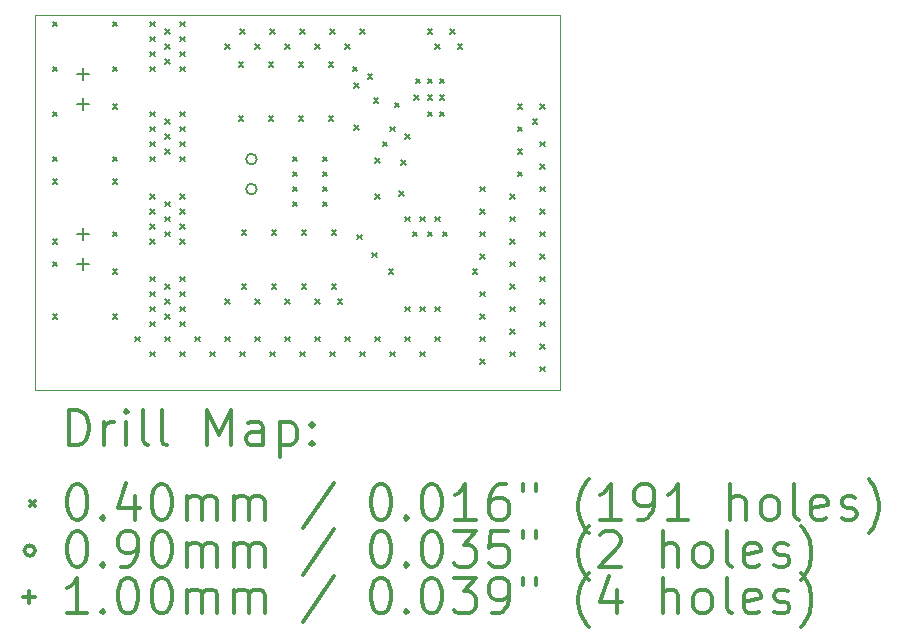
<source format=gbr>
%FSLAX45Y45*%
G04 Gerber Fmt 4.5, Leading zero omitted, Abs format (unit mm)*
G04 Created by KiCad (PCBNEW (5.1.7)-1) date 2021-07-20 15:05:22*
%MOMM*%
%LPD*%
G01*
G04 APERTURE LIST*
%TA.AperFunction,Profile*%
%ADD10C,0.050000*%
%TD*%
%ADD11C,0.200000*%
%ADD12C,0.300000*%
G04 APERTURE END LIST*
D10*
X11645900Y-8940800D02*
X16090900Y-8940800D01*
X16090900Y-8940800D02*
X16090900Y-12115800D01*
X11645900Y-12115800D02*
X16090900Y-12115800D01*
X11645900Y-8940800D02*
X11645900Y-12115800D01*
D11*
X11791000Y-8997000D02*
X11831000Y-9037000D01*
X11831000Y-8997000D02*
X11791000Y-9037000D01*
X11791000Y-9378000D02*
X11831000Y-9418000D01*
X11831000Y-9378000D02*
X11791000Y-9418000D01*
X11791000Y-9759000D02*
X11831000Y-9799000D01*
X11831000Y-9759000D02*
X11791000Y-9799000D01*
X11791000Y-10140000D02*
X11831000Y-10180000D01*
X11831000Y-10140000D02*
X11791000Y-10180000D01*
X11791000Y-10330500D02*
X11831000Y-10370500D01*
X11831000Y-10330500D02*
X11791000Y-10370500D01*
X11791000Y-10838500D02*
X11831000Y-10878500D01*
X11831000Y-10838500D02*
X11791000Y-10878500D01*
X11791000Y-11029000D02*
X11831000Y-11069000D01*
X11831000Y-11029000D02*
X11791000Y-11069000D01*
X11791000Y-11473500D02*
X11831000Y-11513500D01*
X11831000Y-11473500D02*
X11791000Y-11513500D01*
X12299000Y-8997000D02*
X12339000Y-9037000D01*
X12339000Y-8997000D02*
X12299000Y-9037000D01*
X12299000Y-9378000D02*
X12339000Y-9418000D01*
X12339000Y-9378000D02*
X12299000Y-9418000D01*
X12299000Y-9695500D02*
X12339000Y-9735500D01*
X12339000Y-9695500D02*
X12299000Y-9735500D01*
X12299000Y-10140000D02*
X12339000Y-10180000D01*
X12339000Y-10140000D02*
X12299000Y-10180000D01*
X12299000Y-10330500D02*
X12339000Y-10370500D01*
X12339000Y-10330500D02*
X12299000Y-10370500D01*
X12299000Y-10775000D02*
X12339000Y-10815000D01*
X12339000Y-10775000D02*
X12299000Y-10815000D01*
X12299000Y-11092500D02*
X12339000Y-11132500D01*
X12339000Y-11092500D02*
X12299000Y-11132500D01*
X12299000Y-11473500D02*
X12339000Y-11513500D01*
X12339000Y-11473500D02*
X12299000Y-11513500D01*
X12489500Y-11664000D02*
X12529500Y-11704000D01*
X12529500Y-11664000D02*
X12489500Y-11704000D01*
X12616500Y-8997000D02*
X12656500Y-9037000D01*
X12656500Y-8997000D02*
X12616500Y-9037000D01*
X12616500Y-9124000D02*
X12656500Y-9164000D01*
X12656500Y-9124000D02*
X12616500Y-9164000D01*
X12616500Y-9251000D02*
X12656500Y-9291000D01*
X12656500Y-9251000D02*
X12616500Y-9291000D01*
X12616500Y-9378000D02*
X12656500Y-9418000D01*
X12656500Y-9378000D02*
X12616500Y-9418000D01*
X12616500Y-9759000D02*
X12656500Y-9799000D01*
X12656500Y-9759000D02*
X12616500Y-9799000D01*
X12616500Y-9886000D02*
X12656500Y-9926000D01*
X12656500Y-9886000D02*
X12616500Y-9926000D01*
X12616500Y-10013000D02*
X12656500Y-10053000D01*
X12656500Y-10013000D02*
X12616500Y-10053000D01*
X12616500Y-10140000D02*
X12656500Y-10180000D01*
X12656500Y-10140000D02*
X12616500Y-10180000D01*
X12616500Y-10457500D02*
X12656500Y-10497500D01*
X12656500Y-10457500D02*
X12616500Y-10497500D01*
X12616500Y-10584500D02*
X12656500Y-10624500D01*
X12656500Y-10584500D02*
X12616500Y-10624500D01*
X12616500Y-10711500D02*
X12656500Y-10751500D01*
X12656500Y-10711500D02*
X12616500Y-10751500D01*
X12616500Y-10838500D02*
X12656500Y-10878500D01*
X12656500Y-10838500D02*
X12616500Y-10878500D01*
X12616500Y-11156000D02*
X12656500Y-11196000D01*
X12656500Y-11156000D02*
X12616500Y-11196000D01*
X12616500Y-11283000D02*
X12656500Y-11323000D01*
X12656500Y-11283000D02*
X12616500Y-11323000D01*
X12616500Y-11410000D02*
X12656500Y-11450000D01*
X12656500Y-11410000D02*
X12616500Y-11450000D01*
X12616500Y-11537000D02*
X12656500Y-11577000D01*
X12656500Y-11537000D02*
X12616500Y-11577000D01*
X12616500Y-11791000D02*
X12656500Y-11831000D01*
X12656500Y-11791000D02*
X12616500Y-11831000D01*
X12743500Y-9060500D02*
X12783500Y-9100500D01*
X12783500Y-9060500D02*
X12743500Y-9100500D01*
X12743500Y-9187500D02*
X12783500Y-9227500D01*
X12783500Y-9187500D02*
X12743500Y-9227500D01*
X12743500Y-9314500D02*
X12783500Y-9354500D01*
X12783500Y-9314500D02*
X12743500Y-9354500D01*
X12743500Y-9822500D02*
X12783500Y-9862500D01*
X12783500Y-9822500D02*
X12743500Y-9862500D01*
X12743500Y-9949500D02*
X12783500Y-9989500D01*
X12783500Y-9949500D02*
X12743500Y-9989500D01*
X12743500Y-10076500D02*
X12783500Y-10116500D01*
X12783500Y-10076500D02*
X12743500Y-10116500D01*
X12743500Y-10521000D02*
X12783500Y-10561000D01*
X12783500Y-10521000D02*
X12743500Y-10561000D01*
X12743500Y-10648000D02*
X12783500Y-10688000D01*
X12783500Y-10648000D02*
X12743500Y-10688000D01*
X12743500Y-10775000D02*
X12783500Y-10815000D01*
X12783500Y-10775000D02*
X12743500Y-10815000D01*
X12743500Y-11219500D02*
X12783500Y-11259500D01*
X12783500Y-11219500D02*
X12743500Y-11259500D01*
X12743500Y-11346500D02*
X12783500Y-11386500D01*
X12783500Y-11346500D02*
X12743500Y-11386500D01*
X12743500Y-11473500D02*
X12783500Y-11513500D01*
X12783500Y-11473500D02*
X12743500Y-11513500D01*
X12743500Y-11664000D02*
X12783500Y-11704000D01*
X12783500Y-11664000D02*
X12743500Y-11704000D01*
X12870500Y-8997000D02*
X12910500Y-9037000D01*
X12910500Y-8997000D02*
X12870500Y-9037000D01*
X12870500Y-9124000D02*
X12910500Y-9164000D01*
X12910500Y-9124000D02*
X12870500Y-9164000D01*
X12870500Y-9251000D02*
X12910500Y-9291000D01*
X12910500Y-9251000D02*
X12870500Y-9291000D01*
X12870500Y-9378000D02*
X12910500Y-9418000D01*
X12910500Y-9378000D02*
X12870500Y-9418000D01*
X12870500Y-9759000D02*
X12910500Y-9799000D01*
X12910500Y-9759000D02*
X12870500Y-9799000D01*
X12870500Y-9886000D02*
X12910500Y-9926000D01*
X12910500Y-9886000D02*
X12870500Y-9926000D01*
X12870500Y-10013000D02*
X12910500Y-10053000D01*
X12910500Y-10013000D02*
X12870500Y-10053000D01*
X12870500Y-10140000D02*
X12910500Y-10180000D01*
X12910500Y-10140000D02*
X12870500Y-10180000D01*
X12870500Y-10457500D02*
X12910500Y-10497500D01*
X12910500Y-10457500D02*
X12870500Y-10497500D01*
X12870500Y-10584500D02*
X12910500Y-10624500D01*
X12910500Y-10584500D02*
X12870500Y-10624500D01*
X12870500Y-10711500D02*
X12910500Y-10751500D01*
X12910500Y-10711500D02*
X12870500Y-10751500D01*
X12870500Y-10838500D02*
X12910500Y-10878500D01*
X12910500Y-10838500D02*
X12870500Y-10878500D01*
X12870500Y-11156000D02*
X12910500Y-11196000D01*
X12910500Y-11156000D02*
X12870500Y-11196000D01*
X12870500Y-11283000D02*
X12910500Y-11323000D01*
X12910500Y-11283000D02*
X12870500Y-11323000D01*
X12870500Y-11410000D02*
X12910500Y-11450000D01*
X12910500Y-11410000D02*
X12870500Y-11450000D01*
X12870500Y-11537000D02*
X12910500Y-11577000D01*
X12910500Y-11537000D02*
X12870500Y-11577000D01*
X12870500Y-11791000D02*
X12910500Y-11831000D01*
X12910500Y-11791000D02*
X12870500Y-11831000D01*
X12997500Y-11664000D02*
X13037500Y-11704000D01*
X13037500Y-11664000D02*
X12997500Y-11704000D01*
X13124500Y-11791000D02*
X13164500Y-11831000D01*
X13164500Y-11791000D02*
X13124500Y-11831000D01*
X13251500Y-9187500D02*
X13291500Y-9227500D01*
X13291500Y-9187500D02*
X13251500Y-9227500D01*
X13251500Y-11346500D02*
X13291500Y-11386500D01*
X13291500Y-11346500D02*
X13251500Y-11386500D01*
X13251500Y-11664000D02*
X13291500Y-11704000D01*
X13291500Y-11664000D02*
X13251500Y-11704000D01*
X13365800Y-9339900D02*
X13405800Y-9379900D01*
X13405800Y-9339900D02*
X13365800Y-9379900D01*
X13365800Y-9797100D02*
X13405800Y-9837100D01*
X13405800Y-9797100D02*
X13365800Y-9837100D01*
X13378500Y-9060500D02*
X13418500Y-9100500D01*
X13418500Y-9060500D02*
X13378500Y-9100500D01*
X13378500Y-11791000D02*
X13418500Y-11831000D01*
X13418500Y-11791000D02*
X13378500Y-11831000D01*
X13391200Y-10762300D02*
X13431200Y-10802300D01*
X13431200Y-10762300D02*
X13391200Y-10802300D01*
X13391200Y-11219500D02*
X13431200Y-11259500D01*
X13431200Y-11219500D02*
X13391200Y-11259500D01*
X13505500Y-9187500D02*
X13545500Y-9227500D01*
X13545500Y-9187500D02*
X13505500Y-9227500D01*
X13505500Y-11346500D02*
X13545500Y-11386500D01*
X13545500Y-11346500D02*
X13505500Y-11386500D01*
X13505500Y-11664000D02*
X13545500Y-11704000D01*
X13545500Y-11664000D02*
X13505500Y-11704000D01*
X13619800Y-9339900D02*
X13659800Y-9379900D01*
X13659800Y-9339900D02*
X13619800Y-9379900D01*
X13619800Y-9797100D02*
X13659800Y-9837100D01*
X13659800Y-9797100D02*
X13619800Y-9837100D01*
X13632500Y-9060500D02*
X13672500Y-9100500D01*
X13672500Y-9060500D02*
X13632500Y-9100500D01*
X13632500Y-11791000D02*
X13672500Y-11831000D01*
X13672500Y-11791000D02*
X13632500Y-11831000D01*
X13645200Y-10762300D02*
X13685200Y-10802300D01*
X13685200Y-10762300D02*
X13645200Y-10802300D01*
X13645200Y-11219500D02*
X13685200Y-11259500D01*
X13685200Y-11219500D02*
X13645200Y-11259500D01*
X13759500Y-9187500D02*
X13799500Y-9227500D01*
X13799500Y-9187500D02*
X13759500Y-9227500D01*
X13759500Y-11346500D02*
X13799500Y-11386500D01*
X13799500Y-11346500D02*
X13759500Y-11386500D01*
X13759500Y-11664000D02*
X13799500Y-11704000D01*
X13799500Y-11664000D02*
X13759500Y-11704000D01*
X13823000Y-10140000D02*
X13863000Y-10180000D01*
X13863000Y-10140000D02*
X13823000Y-10180000D01*
X13823000Y-10267000D02*
X13863000Y-10307000D01*
X13863000Y-10267000D02*
X13823000Y-10307000D01*
X13823000Y-10394000D02*
X13863000Y-10434000D01*
X13863000Y-10394000D02*
X13823000Y-10434000D01*
X13823000Y-10521000D02*
X13863000Y-10561000D01*
X13863000Y-10521000D02*
X13823000Y-10561000D01*
X13873800Y-9339900D02*
X13913800Y-9379900D01*
X13913800Y-9339900D02*
X13873800Y-9379900D01*
X13873800Y-9797100D02*
X13913800Y-9837100D01*
X13913800Y-9797100D02*
X13873800Y-9837100D01*
X13886500Y-9060500D02*
X13926500Y-9100500D01*
X13926500Y-9060500D02*
X13886500Y-9100500D01*
X13886500Y-11791000D02*
X13926500Y-11831000D01*
X13926500Y-11791000D02*
X13886500Y-11831000D01*
X13899200Y-10762300D02*
X13939200Y-10802300D01*
X13939200Y-10762300D02*
X13899200Y-10802300D01*
X13899200Y-11219500D02*
X13939200Y-11259500D01*
X13939200Y-11219500D02*
X13899200Y-11259500D01*
X14013500Y-9187500D02*
X14053500Y-9227500D01*
X14053500Y-9187500D02*
X14013500Y-9227500D01*
X14013500Y-11346500D02*
X14053500Y-11386500D01*
X14053500Y-11346500D02*
X14013500Y-11386500D01*
X14013500Y-11664000D02*
X14053500Y-11704000D01*
X14053500Y-11664000D02*
X14013500Y-11704000D01*
X14077000Y-10140000D02*
X14117000Y-10180000D01*
X14117000Y-10140000D02*
X14077000Y-10180000D01*
X14077000Y-10267000D02*
X14117000Y-10307000D01*
X14117000Y-10267000D02*
X14077000Y-10307000D01*
X14077000Y-10394000D02*
X14117000Y-10434000D01*
X14117000Y-10394000D02*
X14077000Y-10434000D01*
X14077000Y-10521000D02*
X14117000Y-10561000D01*
X14117000Y-10521000D02*
X14077000Y-10561000D01*
X14127800Y-9339900D02*
X14167800Y-9379900D01*
X14167800Y-9339900D02*
X14127800Y-9379900D01*
X14127800Y-9797100D02*
X14167800Y-9837100D01*
X14167800Y-9797100D02*
X14127800Y-9837100D01*
X14140500Y-9060500D02*
X14180500Y-9100500D01*
X14180500Y-9060500D02*
X14140500Y-9100500D01*
X14140500Y-11791000D02*
X14180500Y-11831000D01*
X14180500Y-11791000D02*
X14140500Y-11831000D01*
X14153200Y-10762300D02*
X14193200Y-10802300D01*
X14193200Y-10762300D02*
X14153200Y-10802300D01*
X14153200Y-11219500D02*
X14193200Y-11259500D01*
X14193200Y-11219500D02*
X14153200Y-11259500D01*
X14204000Y-11346500D02*
X14244000Y-11386500D01*
X14244000Y-11346500D02*
X14204000Y-11386500D01*
X14267500Y-9187500D02*
X14307500Y-9227500D01*
X14307500Y-9187500D02*
X14267500Y-9227500D01*
X14267500Y-11664000D02*
X14307500Y-11704000D01*
X14307500Y-11664000D02*
X14267500Y-11704000D01*
X14331000Y-9378000D02*
X14371000Y-9418000D01*
X14371000Y-9378000D02*
X14331000Y-9418000D01*
X14343700Y-9517700D02*
X14383700Y-9557700D01*
X14383700Y-9517700D02*
X14343700Y-9557700D01*
X14343700Y-9873300D02*
X14383700Y-9913300D01*
X14383700Y-9873300D02*
X14343700Y-9913300D01*
X14369100Y-10800400D02*
X14409100Y-10840400D01*
X14409100Y-10800400D02*
X14369100Y-10840400D01*
X14394500Y-9060500D02*
X14434500Y-9100500D01*
X14434500Y-9060500D02*
X14394500Y-9100500D01*
X14394500Y-11791000D02*
X14434500Y-11831000D01*
X14434500Y-11791000D02*
X14394500Y-11831000D01*
X14458000Y-9441500D02*
X14498000Y-9481500D01*
X14498000Y-9441500D02*
X14458000Y-9481500D01*
X14496100Y-10952800D02*
X14536100Y-10992800D01*
X14536100Y-10952800D02*
X14496100Y-10992800D01*
X14508800Y-9644700D02*
X14548800Y-9684700D01*
X14548800Y-9644700D02*
X14508800Y-9684700D01*
X14521500Y-10152700D02*
X14561500Y-10192700D01*
X14561500Y-10152700D02*
X14521500Y-10192700D01*
X14521500Y-10457500D02*
X14561500Y-10497500D01*
X14561500Y-10457500D02*
X14521500Y-10497500D01*
X14521500Y-11664000D02*
X14561500Y-11704000D01*
X14561500Y-11664000D02*
X14521500Y-11704000D01*
X14585000Y-10013000D02*
X14625000Y-10053000D01*
X14625000Y-10013000D02*
X14585000Y-10053000D01*
X14635800Y-11092500D02*
X14675800Y-11132500D01*
X14675800Y-11092500D02*
X14635800Y-11132500D01*
X14648500Y-9886000D02*
X14688500Y-9926000D01*
X14688500Y-9886000D02*
X14648500Y-9926000D01*
X14648500Y-11791000D02*
X14688500Y-11831000D01*
X14688500Y-11791000D02*
X14648500Y-11831000D01*
X14688000Y-9682800D02*
X14728000Y-9722800D01*
X14728000Y-9682800D02*
X14688000Y-9722800D01*
X14724700Y-10432100D02*
X14764700Y-10472100D01*
X14764700Y-10432100D02*
X14724700Y-10472100D01*
X14742300Y-10170300D02*
X14782300Y-10210300D01*
X14782300Y-10170300D02*
X14742300Y-10210300D01*
X14775500Y-9949500D02*
X14815500Y-9989500D01*
X14815500Y-9949500D02*
X14775500Y-9989500D01*
X14775500Y-10648000D02*
X14815500Y-10688000D01*
X14815500Y-10648000D02*
X14775500Y-10688000D01*
X14775500Y-11410000D02*
X14815500Y-11450000D01*
X14815500Y-11410000D02*
X14775500Y-11450000D01*
X14775500Y-11664000D02*
X14815500Y-11704000D01*
X14815500Y-11664000D02*
X14775500Y-11704000D01*
X14839000Y-10775000D02*
X14879000Y-10815000D01*
X14879000Y-10775000D02*
X14839000Y-10815000D01*
X14851700Y-9619300D02*
X14891700Y-9659300D01*
X14891700Y-9619300D02*
X14851700Y-9659300D01*
X14864400Y-9479600D02*
X14904400Y-9519600D01*
X14904400Y-9479600D02*
X14864400Y-9519600D01*
X14902500Y-10648000D02*
X14942500Y-10688000D01*
X14942500Y-10648000D02*
X14902500Y-10688000D01*
X14902500Y-11410000D02*
X14942500Y-11450000D01*
X14942500Y-11410000D02*
X14902500Y-11450000D01*
X14902500Y-11791000D02*
X14942500Y-11831000D01*
X14942500Y-11791000D02*
X14902500Y-11831000D01*
X14966000Y-9060500D02*
X15006000Y-9100500D01*
X15006000Y-9060500D02*
X14966000Y-9100500D01*
X14966000Y-9479600D02*
X15006000Y-9519600D01*
X15006000Y-9479600D02*
X14966000Y-9519600D01*
X14966000Y-9619300D02*
X15006000Y-9659300D01*
X15006000Y-9619300D02*
X14966000Y-9659300D01*
X14966000Y-9759000D02*
X15006000Y-9799000D01*
X15006000Y-9759000D02*
X14966000Y-9799000D01*
X14966000Y-10775000D02*
X15006000Y-10815000D01*
X15006000Y-10775000D02*
X14966000Y-10815000D01*
X15029500Y-9187500D02*
X15069500Y-9227500D01*
X15069500Y-9187500D02*
X15029500Y-9227500D01*
X15029500Y-10648000D02*
X15069500Y-10688000D01*
X15069500Y-10648000D02*
X15029500Y-10688000D01*
X15029500Y-11410000D02*
X15069500Y-11450000D01*
X15069500Y-11410000D02*
X15029500Y-11450000D01*
X15029500Y-11664000D02*
X15069500Y-11704000D01*
X15069500Y-11664000D02*
X15029500Y-11704000D01*
X15067600Y-9479600D02*
X15107600Y-9519600D01*
X15107600Y-9479600D02*
X15067600Y-9519600D01*
X15067600Y-9619300D02*
X15107600Y-9659300D01*
X15107600Y-9619300D02*
X15067600Y-9659300D01*
X15067600Y-9759000D02*
X15107600Y-9799000D01*
X15107600Y-9759000D02*
X15067600Y-9799000D01*
X15093000Y-10775000D02*
X15133000Y-10815000D01*
X15133000Y-10775000D02*
X15093000Y-10815000D01*
X15156500Y-9060500D02*
X15196500Y-9100500D01*
X15196500Y-9060500D02*
X15156500Y-9100500D01*
X15220000Y-9187500D02*
X15260000Y-9227500D01*
X15260000Y-9187500D02*
X15220000Y-9227500D01*
X15347000Y-11092500D02*
X15387000Y-11132500D01*
X15387000Y-11092500D02*
X15347000Y-11132500D01*
X15410500Y-10394000D02*
X15450500Y-10434000D01*
X15450500Y-10394000D02*
X15410500Y-10434000D01*
X15410500Y-10584500D02*
X15450500Y-10624500D01*
X15450500Y-10584500D02*
X15410500Y-10624500D01*
X15410500Y-10775000D02*
X15450500Y-10815000D01*
X15450500Y-10775000D02*
X15410500Y-10815000D01*
X15410500Y-10965500D02*
X15450500Y-11005500D01*
X15450500Y-10965500D02*
X15410500Y-11005500D01*
X15410500Y-11283000D02*
X15450500Y-11323000D01*
X15450500Y-11283000D02*
X15410500Y-11323000D01*
X15410500Y-11473500D02*
X15450500Y-11513500D01*
X15450500Y-11473500D02*
X15410500Y-11513500D01*
X15410500Y-11664000D02*
X15450500Y-11704000D01*
X15450500Y-11664000D02*
X15410500Y-11704000D01*
X15410500Y-11854500D02*
X15450500Y-11894500D01*
X15450500Y-11854500D02*
X15410500Y-11894500D01*
X15664500Y-10457500D02*
X15704500Y-10497500D01*
X15704500Y-10457500D02*
X15664500Y-10497500D01*
X15664500Y-10648000D02*
X15704500Y-10688000D01*
X15704500Y-10648000D02*
X15664500Y-10688000D01*
X15664500Y-10838500D02*
X15704500Y-10878500D01*
X15704500Y-10838500D02*
X15664500Y-10878500D01*
X15664500Y-11029000D02*
X15704500Y-11069000D01*
X15704500Y-11029000D02*
X15664500Y-11069000D01*
X15664500Y-11219500D02*
X15704500Y-11259500D01*
X15704500Y-11219500D02*
X15664500Y-11259500D01*
X15664500Y-11410000D02*
X15704500Y-11450000D01*
X15704500Y-11410000D02*
X15664500Y-11450000D01*
X15664500Y-11600500D02*
X15704500Y-11640500D01*
X15704500Y-11600500D02*
X15664500Y-11640500D01*
X15664500Y-11791000D02*
X15704500Y-11831000D01*
X15704500Y-11791000D02*
X15664500Y-11831000D01*
X15728000Y-9695500D02*
X15768000Y-9735500D01*
X15768000Y-9695500D02*
X15728000Y-9735500D01*
X15728000Y-9886000D02*
X15768000Y-9926000D01*
X15768000Y-9886000D02*
X15728000Y-9926000D01*
X15728000Y-10076500D02*
X15768000Y-10116500D01*
X15768000Y-10076500D02*
X15728000Y-10116500D01*
X15728000Y-10267000D02*
X15768000Y-10307000D01*
X15768000Y-10267000D02*
X15728000Y-10307000D01*
X15855000Y-9822500D02*
X15895000Y-9862500D01*
X15895000Y-9822500D02*
X15855000Y-9862500D01*
X15918500Y-9695500D02*
X15958500Y-9735500D01*
X15958500Y-9695500D02*
X15918500Y-9735500D01*
X15918500Y-10013000D02*
X15958500Y-10053000D01*
X15958500Y-10013000D02*
X15918500Y-10053000D01*
X15918500Y-10203500D02*
X15958500Y-10243500D01*
X15958500Y-10203500D02*
X15918500Y-10243500D01*
X15918500Y-10394000D02*
X15958500Y-10434000D01*
X15958500Y-10394000D02*
X15918500Y-10434000D01*
X15918500Y-10584500D02*
X15958500Y-10624500D01*
X15958500Y-10584500D02*
X15918500Y-10624500D01*
X15918500Y-10775000D02*
X15958500Y-10815000D01*
X15958500Y-10775000D02*
X15918500Y-10815000D01*
X15918500Y-10965500D02*
X15958500Y-11005500D01*
X15958500Y-10965500D02*
X15918500Y-11005500D01*
X15918500Y-11156000D02*
X15958500Y-11196000D01*
X15958500Y-11156000D02*
X15918500Y-11196000D01*
X15918500Y-11346500D02*
X15958500Y-11386500D01*
X15958500Y-11346500D02*
X15918500Y-11386500D01*
X15918500Y-11537000D02*
X15958500Y-11577000D01*
X15958500Y-11537000D02*
X15918500Y-11577000D01*
X15918500Y-11727500D02*
X15958500Y-11767500D01*
X15958500Y-11727500D02*
X15918500Y-11767500D01*
X15918500Y-11918000D02*
X15958500Y-11958000D01*
X15958500Y-11918000D02*
X15918500Y-11958000D01*
X13519700Y-10160000D02*
G75*
G03*
X13519700Y-10160000I-45000J0D01*
G01*
X13519700Y-10414000D02*
G75*
G03*
X13519700Y-10414000I-45000J0D01*
G01*
X12045900Y-9390800D02*
X12045900Y-9490800D01*
X11995900Y-9440800D02*
X12095900Y-9440800D01*
X12045900Y-9644800D02*
X12045900Y-9744800D01*
X11995900Y-9694800D02*
X12095900Y-9694800D01*
X12045900Y-10743300D02*
X12045900Y-10843300D01*
X11995900Y-10793300D02*
X12095900Y-10793300D01*
X12045900Y-10997300D02*
X12045900Y-11097300D01*
X11995900Y-11047300D02*
X12095900Y-11047300D01*
D12*
X11929828Y-12584014D02*
X11929828Y-12284014D01*
X12001257Y-12284014D01*
X12044114Y-12298300D01*
X12072686Y-12326871D01*
X12086971Y-12355443D01*
X12101257Y-12412586D01*
X12101257Y-12455443D01*
X12086971Y-12512586D01*
X12072686Y-12541157D01*
X12044114Y-12569729D01*
X12001257Y-12584014D01*
X11929828Y-12584014D01*
X12229828Y-12584014D02*
X12229828Y-12384014D01*
X12229828Y-12441157D02*
X12244114Y-12412586D01*
X12258400Y-12398300D01*
X12286971Y-12384014D01*
X12315543Y-12384014D01*
X12415543Y-12584014D02*
X12415543Y-12384014D01*
X12415543Y-12284014D02*
X12401257Y-12298300D01*
X12415543Y-12312586D01*
X12429828Y-12298300D01*
X12415543Y-12284014D01*
X12415543Y-12312586D01*
X12601257Y-12584014D02*
X12572686Y-12569729D01*
X12558400Y-12541157D01*
X12558400Y-12284014D01*
X12758400Y-12584014D02*
X12729828Y-12569729D01*
X12715543Y-12541157D01*
X12715543Y-12284014D01*
X13101257Y-12584014D02*
X13101257Y-12284014D01*
X13201257Y-12498300D01*
X13301257Y-12284014D01*
X13301257Y-12584014D01*
X13572686Y-12584014D02*
X13572686Y-12426871D01*
X13558400Y-12398300D01*
X13529828Y-12384014D01*
X13472686Y-12384014D01*
X13444114Y-12398300D01*
X13572686Y-12569729D02*
X13544114Y-12584014D01*
X13472686Y-12584014D01*
X13444114Y-12569729D01*
X13429828Y-12541157D01*
X13429828Y-12512586D01*
X13444114Y-12484014D01*
X13472686Y-12469729D01*
X13544114Y-12469729D01*
X13572686Y-12455443D01*
X13715543Y-12384014D02*
X13715543Y-12684014D01*
X13715543Y-12398300D02*
X13744114Y-12384014D01*
X13801257Y-12384014D01*
X13829828Y-12398300D01*
X13844114Y-12412586D01*
X13858400Y-12441157D01*
X13858400Y-12526871D01*
X13844114Y-12555443D01*
X13829828Y-12569729D01*
X13801257Y-12584014D01*
X13744114Y-12584014D01*
X13715543Y-12569729D01*
X13986971Y-12555443D02*
X14001257Y-12569729D01*
X13986971Y-12584014D01*
X13972686Y-12569729D01*
X13986971Y-12555443D01*
X13986971Y-12584014D01*
X13986971Y-12398300D02*
X14001257Y-12412586D01*
X13986971Y-12426871D01*
X13972686Y-12412586D01*
X13986971Y-12398300D01*
X13986971Y-12426871D01*
X11603400Y-13058300D02*
X11643400Y-13098300D01*
X11643400Y-13058300D02*
X11603400Y-13098300D01*
X11986971Y-12914014D02*
X12015543Y-12914014D01*
X12044114Y-12928300D01*
X12058400Y-12942586D01*
X12072686Y-12971157D01*
X12086971Y-13028300D01*
X12086971Y-13099729D01*
X12072686Y-13156871D01*
X12058400Y-13185443D01*
X12044114Y-13199729D01*
X12015543Y-13214014D01*
X11986971Y-13214014D01*
X11958400Y-13199729D01*
X11944114Y-13185443D01*
X11929828Y-13156871D01*
X11915543Y-13099729D01*
X11915543Y-13028300D01*
X11929828Y-12971157D01*
X11944114Y-12942586D01*
X11958400Y-12928300D01*
X11986971Y-12914014D01*
X12215543Y-13185443D02*
X12229828Y-13199729D01*
X12215543Y-13214014D01*
X12201257Y-13199729D01*
X12215543Y-13185443D01*
X12215543Y-13214014D01*
X12486971Y-13014014D02*
X12486971Y-13214014D01*
X12415543Y-12899729D02*
X12344114Y-13114014D01*
X12529828Y-13114014D01*
X12701257Y-12914014D02*
X12729828Y-12914014D01*
X12758400Y-12928300D01*
X12772686Y-12942586D01*
X12786971Y-12971157D01*
X12801257Y-13028300D01*
X12801257Y-13099729D01*
X12786971Y-13156871D01*
X12772686Y-13185443D01*
X12758400Y-13199729D01*
X12729828Y-13214014D01*
X12701257Y-13214014D01*
X12672686Y-13199729D01*
X12658400Y-13185443D01*
X12644114Y-13156871D01*
X12629828Y-13099729D01*
X12629828Y-13028300D01*
X12644114Y-12971157D01*
X12658400Y-12942586D01*
X12672686Y-12928300D01*
X12701257Y-12914014D01*
X12929828Y-13214014D02*
X12929828Y-13014014D01*
X12929828Y-13042586D02*
X12944114Y-13028300D01*
X12972686Y-13014014D01*
X13015543Y-13014014D01*
X13044114Y-13028300D01*
X13058400Y-13056871D01*
X13058400Y-13214014D01*
X13058400Y-13056871D02*
X13072686Y-13028300D01*
X13101257Y-13014014D01*
X13144114Y-13014014D01*
X13172686Y-13028300D01*
X13186971Y-13056871D01*
X13186971Y-13214014D01*
X13329828Y-13214014D02*
X13329828Y-13014014D01*
X13329828Y-13042586D02*
X13344114Y-13028300D01*
X13372686Y-13014014D01*
X13415543Y-13014014D01*
X13444114Y-13028300D01*
X13458400Y-13056871D01*
X13458400Y-13214014D01*
X13458400Y-13056871D02*
X13472686Y-13028300D01*
X13501257Y-13014014D01*
X13544114Y-13014014D01*
X13572686Y-13028300D01*
X13586971Y-13056871D01*
X13586971Y-13214014D01*
X14172686Y-12899729D02*
X13915543Y-13285443D01*
X14558400Y-12914014D02*
X14586971Y-12914014D01*
X14615543Y-12928300D01*
X14629828Y-12942586D01*
X14644114Y-12971157D01*
X14658400Y-13028300D01*
X14658400Y-13099729D01*
X14644114Y-13156871D01*
X14629828Y-13185443D01*
X14615543Y-13199729D01*
X14586971Y-13214014D01*
X14558400Y-13214014D01*
X14529828Y-13199729D01*
X14515543Y-13185443D01*
X14501257Y-13156871D01*
X14486971Y-13099729D01*
X14486971Y-13028300D01*
X14501257Y-12971157D01*
X14515543Y-12942586D01*
X14529828Y-12928300D01*
X14558400Y-12914014D01*
X14786971Y-13185443D02*
X14801257Y-13199729D01*
X14786971Y-13214014D01*
X14772686Y-13199729D01*
X14786971Y-13185443D01*
X14786971Y-13214014D01*
X14986971Y-12914014D02*
X15015543Y-12914014D01*
X15044114Y-12928300D01*
X15058400Y-12942586D01*
X15072686Y-12971157D01*
X15086971Y-13028300D01*
X15086971Y-13099729D01*
X15072686Y-13156871D01*
X15058400Y-13185443D01*
X15044114Y-13199729D01*
X15015543Y-13214014D01*
X14986971Y-13214014D01*
X14958400Y-13199729D01*
X14944114Y-13185443D01*
X14929828Y-13156871D01*
X14915543Y-13099729D01*
X14915543Y-13028300D01*
X14929828Y-12971157D01*
X14944114Y-12942586D01*
X14958400Y-12928300D01*
X14986971Y-12914014D01*
X15372686Y-13214014D02*
X15201257Y-13214014D01*
X15286971Y-13214014D02*
X15286971Y-12914014D01*
X15258400Y-12956871D01*
X15229828Y-12985443D01*
X15201257Y-12999729D01*
X15629828Y-12914014D02*
X15572686Y-12914014D01*
X15544114Y-12928300D01*
X15529828Y-12942586D01*
X15501257Y-12985443D01*
X15486971Y-13042586D01*
X15486971Y-13156871D01*
X15501257Y-13185443D01*
X15515543Y-13199729D01*
X15544114Y-13214014D01*
X15601257Y-13214014D01*
X15629828Y-13199729D01*
X15644114Y-13185443D01*
X15658400Y-13156871D01*
X15658400Y-13085443D01*
X15644114Y-13056871D01*
X15629828Y-13042586D01*
X15601257Y-13028300D01*
X15544114Y-13028300D01*
X15515543Y-13042586D01*
X15501257Y-13056871D01*
X15486971Y-13085443D01*
X15772686Y-12914014D02*
X15772686Y-12971157D01*
X15886971Y-12914014D02*
X15886971Y-12971157D01*
X16329828Y-13328300D02*
X16315543Y-13314014D01*
X16286971Y-13271157D01*
X16272686Y-13242586D01*
X16258400Y-13199729D01*
X16244114Y-13128300D01*
X16244114Y-13071157D01*
X16258400Y-12999729D01*
X16272686Y-12956871D01*
X16286971Y-12928300D01*
X16315543Y-12885443D01*
X16329828Y-12871157D01*
X16601257Y-13214014D02*
X16429828Y-13214014D01*
X16515543Y-13214014D02*
X16515543Y-12914014D01*
X16486971Y-12956871D01*
X16458400Y-12985443D01*
X16429828Y-12999729D01*
X16744114Y-13214014D02*
X16801257Y-13214014D01*
X16829828Y-13199729D01*
X16844114Y-13185443D01*
X16872686Y-13142586D01*
X16886971Y-13085443D01*
X16886971Y-12971157D01*
X16872686Y-12942586D01*
X16858400Y-12928300D01*
X16829828Y-12914014D01*
X16772686Y-12914014D01*
X16744114Y-12928300D01*
X16729828Y-12942586D01*
X16715543Y-12971157D01*
X16715543Y-13042586D01*
X16729828Y-13071157D01*
X16744114Y-13085443D01*
X16772686Y-13099729D01*
X16829828Y-13099729D01*
X16858400Y-13085443D01*
X16872686Y-13071157D01*
X16886971Y-13042586D01*
X17172686Y-13214014D02*
X17001257Y-13214014D01*
X17086971Y-13214014D02*
X17086971Y-12914014D01*
X17058400Y-12956871D01*
X17029828Y-12985443D01*
X17001257Y-12999729D01*
X17529828Y-13214014D02*
X17529828Y-12914014D01*
X17658400Y-13214014D02*
X17658400Y-13056871D01*
X17644114Y-13028300D01*
X17615543Y-13014014D01*
X17572686Y-13014014D01*
X17544114Y-13028300D01*
X17529828Y-13042586D01*
X17844114Y-13214014D02*
X17815543Y-13199729D01*
X17801257Y-13185443D01*
X17786971Y-13156871D01*
X17786971Y-13071157D01*
X17801257Y-13042586D01*
X17815543Y-13028300D01*
X17844114Y-13014014D01*
X17886971Y-13014014D01*
X17915543Y-13028300D01*
X17929828Y-13042586D01*
X17944114Y-13071157D01*
X17944114Y-13156871D01*
X17929828Y-13185443D01*
X17915543Y-13199729D01*
X17886971Y-13214014D01*
X17844114Y-13214014D01*
X18115543Y-13214014D02*
X18086971Y-13199729D01*
X18072686Y-13171157D01*
X18072686Y-12914014D01*
X18344114Y-13199729D02*
X18315543Y-13214014D01*
X18258400Y-13214014D01*
X18229828Y-13199729D01*
X18215543Y-13171157D01*
X18215543Y-13056871D01*
X18229828Y-13028300D01*
X18258400Y-13014014D01*
X18315543Y-13014014D01*
X18344114Y-13028300D01*
X18358400Y-13056871D01*
X18358400Y-13085443D01*
X18215543Y-13114014D01*
X18472686Y-13199729D02*
X18501257Y-13214014D01*
X18558400Y-13214014D01*
X18586971Y-13199729D01*
X18601257Y-13171157D01*
X18601257Y-13156871D01*
X18586971Y-13128300D01*
X18558400Y-13114014D01*
X18515543Y-13114014D01*
X18486971Y-13099729D01*
X18472686Y-13071157D01*
X18472686Y-13056871D01*
X18486971Y-13028300D01*
X18515543Y-13014014D01*
X18558400Y-13014014D01*
X18586971Y-13028300D01*
X18701257Y-13328300D02*
X18715543Y-13314014D01*
X18744114Y-13271157D01*
X18758400Y-13242586D01*
X18772686Y-13199729D01*
X18786971Y-13128300D01*
X18786971Y-13071157D01*
X18772686Y-12999729D01*
X18758400Y-12956871D01*
X18744114Y-12928300D01*
X18715543Y-12885443D01*
X18701257Y-12871157D01*
X11643400Y-13474300D02*
G75*
G03*
X11643400Y-13474300I-45000J0D01*
G01*
X11986971Y-13310014D02*
X12015543Y-13310014D01*
X12044114Y-13324300D01*
X12058400Y-13338586D01*
X12072686Y-13367157D01*
X12086971Y-13424300D01*
X12086971Y-13495729D01*
X12072686Y-13552871D01*
X12058400Y-13581443D01*
X12044114Y-13595729D01*
X12015543Y-13610014D01*
X11986971Y-13610014D01*
X11958400Y-13595729D01*
X11944114Y-13581443D01*
X11929828Y-13552871D01*
X11915543Y-13495729D01*
X11915543Y-13424300D01*
X11929828Y-13367157D01*
X11944114Y-13338586D01*
X11958400Y-13324300D01*
X11986971Y-13310014D01*
X12215543Y-13581443D02*
X12229828Y-13595729D01*
X12215543Y-13610014D01*
X12201257Y-13595729D01*
X12215543Y-13581443D01*
X12215543Y-13610014D01*
X12372686Y-13610014D02*
X12429828Y-13610014D01*
X12458400Y-13595729D01*
X12472686Y-13581443D01*
X12501257Y-13538586D01*
X12515543Y-13481443D01*
X12515543Y-13367157D01*
X12501257Y-13338586D01*
X12486971Y-13324300D01*
X12458400Y-13310014D01*
X12401257Y-13310014D01*
X12372686Y-13324300D01*
X12358400Y-13338586D01*
X12344114Y-13367157D01*
X12344114Y-13438586D01*
X12358400Y-13467157D01*
X12372686Y-13481443D01*
X12401257Y-13495729D01*
X12458400Y-13495729D01*
X12486971Y-13481443D01*
X12501257Y-13467157D01*
X12515543Y-13438586D01*
X12701257Y-13310014D02*
X12729828Y-13310014D01*
X12758400Y-13324300D01*
X12772686Y-13338586D01*
X12786971Y-13367157D01*
X12801257Y-13424300D01*
X12801257Y-13495729D01*
X12786971Y-13552871D01*
X12772686Y-13581443D01*
X12758400Y-13595729D01*
X12729828Y-13610014D01*
X12701257Y-13610014D01*
X12672686Y-13595729D01*
X12658400Y-13581443D01*
X12644114Y-13552871D01*
X12629828Y-13495729D01*
X12629828Y-13424300D01*
X12644114Y-13367157D01*
X12658400Y-13338586D01*
X12672686Y-13324300D01*
X12701257Y-13310014D01*
X12929828Y-13610014D02*
X12929828Y-13410014D01*
X12929828Y-13438586D02*
X12944114Y-13424300D01*
X12972686Y-13410014D01*
X13015543Y-13410014D01*
X13044114Y-13424300D01*
X13058400Y-13452871D01*
X13058400Y-13610014D01*
X13058400Y-13452871D02*
X13072686Y-13424300D01*
X13101257Y-13410014D01*
X13144114Y-13410014D01*
X13172686Y-13424300D01*
X13186971Y-13452871D01*
X13186971Y-13610014D01*
X13329828Y-13610014D02*
X13329828Y-13410014D01*
X13329828Y-13438586D02*
X13344114Y-13424300D01*
X13372686Y-13410014D01*
X13415543Y-13410014D01*
X13444114Y-13424300D01*
X13458400Y-13452871D01*
X13458400Y-13610014D01*
X13458400Y-13452871D02*
X13472686Y-13424300D01*
X13501257Y-13410014D01*
X13544114Y-13410014D01*
X13572686Y-13424300D01*
X13586971Y-13452871D01*
X13586971Y-13610014D01*
X14172686Y-13295729D02*
X13915543Y-13681443D01*
X14558400Y-13310014D02*
X14586971Y-13310014D01*
X14615543Y-13324300D01*
X14629828Y-13338586D01*
X14644114Y-13367157D01*
X14658400Y-13424300D01*
X14658400Y-13495729D01*
X14644114Y-13552871D01*
X14629828Y-13581443D01*
X14615543Y-13595729D01*
X14586971Y-13610014D01*
X14558400Y-13610014D01*
X14529828Y-13595729D01*
X14515543Y-13581443D01*
X14501257Y-13552871D01*
X14486971Y-13495729D01*
X14486971Y-13424300D01*
X14501257Y-13367157D01*
X14515543Y-13338586D01*
X14529828Y-13324300D01*
X14558400Y-13310014D01*
X14786971Y-13581443D02*
X14801257Y-13595729D01*
X14786971Y-13610014D01*
X14772686Y-13595729D01*
X14786971Y-13581443D01*
X14786971Y-13610014D01*
X14986971Y-13310014D02*
X15015543Y-13310014D01*
X15044114Y-13324300D01*
X15058400Y-13338586D01*
X15072686Y-13367157D01*
X15086971Y-13424300D01*
X15086971Y-13495729D01*
X15072686Y-13552871D01*
X15058400Y-13581443D01*
X15044114Y-13595729D01*
X15015543Y-13610014D01*
X14986971Y-13610014D01*
X14958400Y-13595729D01*
X14944114Y-13581443D01*
X14929828Y-13552871D01*
X14915543Y-13495729D01*
X14915543Y-13424300D01*
X14929828Y-13367157D01*
X14944114Y-13338586D01*
X14958400Y-13324300D01*
X14986971Y-13310014D01*
X15186971Y-13310014D02*
X15372686Y-13310014D01*
X15272686Y-13424300D01*
X15315543Y-13424300D01*
X15344114Y-13438586D01*
X15358400Y-13452871D01*
X15372686Y-13481443D01*
X15372686Y-13552871D01*
X15358400Y-13581443D01*
X15344114Y-13595729D01*
X15315543Y-13610014D01*
X15229828Y-13610014D01*
X15201257Y-13595729D01*
X15186971Y-13581443D01*
X15644114Y-13310014D02*
X15501257Y-13310014D01*
X15486971Y-13452871D01*
X15501257Y-13438586D01*
X15529828Y-13424300D01*
X15601257Y-13424300D01*
X15629828Y-13438586D01*
X15644114Y-13452871D01*
X15658400Y-13481443D01*
X15658400Y-13552871D01*
X15644114Y-13581443D01*
X15629828Y-13595729D01*
X15601257Y-13610014D01*
X15529828Y-13610014D01*
X15501257Y-13595729D01*
X15486971Y-13581443D01*
X15772686Y-13310014D02*
X15772686Y-13367157D01*
X15886971Y-13310014D02*
X15886971Y-13367157D01*
X16329828Y-13724300D02*
X16315543Y-13710014D01*
X16286971Y-13667157D01*
X16272686Y-13638586D01*
X16258400Y-13595729D01*
X16244114Y-13524300D01*
X16244114Y-13467157D01*
X16258400Y-13395729D01*
X16272686Y-13352871D01*
X16286971Y-13324300D01*
X16315543Y-13281443D01*
X16329828Y-13267157D01*
X16429828Y-13338586D02*
X16444114Y-13324300D01*
X16472686Y-13310014D01*
X16544114Y-13310014D01*
X16572686Y-13324300D01*
X16586971Y-13338586D01*
X16601257Y-13367157D01*
X16601257Y-13395729D01*
X16586971Y-13438586D01*
X16415543Y-13610014D01*
X16601257Y-13610014D01*
X16958400Y-13610014D02*
X16958400Y-13310014D01*
X17086971Y-13610014D02*
X17086971Y-13452871D01*
X17072686Y-13424300D01*
X17044114Y-13410014D01*
X17001257Y-13410014D01*
X16972686Y-13424300D01*
X16958400Y-13438586D01*
X17272686Y-13610014D02*
X17244114Y-13595729D01*
X17229828Y-13581443D01*
X17215543Y-13552871D01*
X17215543Y-13467157D01*
X17229828Y-13438586D01*
X17244114Y-13424300D01*
X17272686Y-13410014D01*
X17315543Y-13410014D01*
X17344114Y-13424300D01*
X17358400Y-13438586D01*
X17372686Y-13467157D01*
X17372686Y-13552871D01*
X17358400Y-13581443D01*
X17344114Y-13595729D01*
X17315543Y-13610014D01*
X17272686Y-13610014D01*
X17544114Y-13610014D02*
X17515543Y-13595729D01*
X17501257Y-13567157D01*
X17501257Y-13310014D01*
X17772686Y-13595729D02*
X17744114Y-13610014D01*
X17686971Y-13610014D01*
X17658400Y-13595729D01*
X17644114Y-13567157D01*
X17644114Y-13452871D01*
X17658400Y-13424300D01*
X17686971Y-13410014D01*
X17744114Y-13410014D01*
X17772686Y-13424300D01*
X17786971Y-13452871D01*
X17786971Y-13481443D01*
X17644114Y-13510014D01*
X17901257Y-13595729D02*
X17929828Y-13610014D01*
X17986971Y-13610014D01*
X18015543Y-13595729D01*
X18029828Y-13567157D01*
X18029828Y-13552871D01*
X18015543Y-13524300D01*
X17986971Y-13510014D01*
X17944114Y-13510014D01*
X17915543Y-13495729D01*
X17901257Y-13467157D01*
X17901257Y-13452871D01*
X17915543Y-13424300D01*
X17944114Y-13410014D01*
X17986971Y-13410014D01*
X18015543Y-13424300D01*
X18129828Y-13724300D02*
X18144114Y-13710014D01*
X18172686Y-13667157D01*
X18186971Y-13638586D01*
X18201257Y-13595729D01*
X18215543Y-13524300D01*
X18215543Y-13467157D01*
X18201257Y-13395729D01*
X18186971Y-13352871D01*
X18172686Y-13324300D01*
X18144114Y-13281443D01*
X18129828Y-13267157D01*
X11593400Y-13820300D02*
X11593400Y-13920300D01*
X11543400Y-13870300D02*
X11643400Y-13870300D01*
X12086971Y-14006014D02*
X11915543Y-14006014D01*
X12001257Y-14006014D02*
X12001257Y-13706014D01*
X11972686Y-13748871D01*
X11944114Y-13777443D01*
X11915543Y-13791729D01*
X12215543Y-13977443D02*
X12229828Y-13991729D01*
X12215543Y-14006014D01*
X12201257Y-13991729D01*
X12215543Y-13977443D01*
X12215543Y-14006014D01*
X12415543Y-13706014D02*
X12444114Y-13706014D01*
X12472686Y-13720300D01*
X12486971Y-13734586D01*
X12501257Y-13763157D01*
X12515543Y-13820300D01*
X12515543Y-13891729D01*
X12501257Y-13948871D01*
X12486971Y-13977443D01*
X12472686Y-13991729D01*
X12444114Y-14006014D01*
X12415543Y-14006014D01*
X12386971Y-13991729D01*
X12372686Y-13977443D01*
X12358400Y-13948871D01*
X12344114Y-13891729D01*
X12344114Y-13820300D01*
X12358400Y-13763157D01*
X12372686Y-13734586D01*
X12386971Y-13720300D01*
X12415543Y-13706014D01*
X12701257Y-13706014D02*
X12729828Y-13706014D01*
X12758400Y-13720300D01*
X12772686Y-13734586D01*
X12786971Y-13763157D01*
X12801257Y-13820300D01*
X12801257Y-13891729D01*
X12786971Y-13948871D01*
X12772686Y-13977443D01*
X12758400Y-13991729D01*
X12729828Y-14006014D01*
X12701257Y-14006014D01*
X12672686Y-13991729D01*
X12658400Y-13977443D01*
X12644114Y-13948871D01*
X12629828Y-13891729D01*
X12629828Y-13820300D01*
X12644114Y-13763157D01*
X12658400Y-13734586D01*
X12672686Y-13720300D01*
X12701257Y-13706014D01*
X12929828Y-14006014D02*
X12929828Y-13806014D01*
X12929828Y-13834586D02*
X12944114Y-13820300D01*
X12972686Y-13806014D01*
X13015543Y-13806014D01*
X13044114Y-13820300D01*
X13058400Y-13848871D01*
X13058400Y-14006014D01*
X13058400Y-13848871D02*
X13072686Y-13820300D01*
X13101257Y-13806014D01*
X13144114Y-13806014D01*
X13172686Y-13820300D01*
X13186971Y-13848871D01*
X13186971Y-14006014D01*
X13329828Y-14006014D02*
X13329828Y-13806014D01*
X13329828Y-13834586D02*
X13344114Y-13820300D01*
X13372686Y-13806014D01*
X13415543Y-13806014D01*
X13444114Y-13820300D01*
X13458400Y-13848871D01*
X13458400Y-14006014D01*
X13458400Y-13848871D02*
X13472686Y-13820300D01*
X13501257Y-13806014D01*
X13544114Y-13806014D01*
X13572686Y-13820300D01*
X13586971Y-13848871D01*
X13586971Y-14006014D01*
X14172686Y-13691729D02*
X13915543Y-14077443D01*
X14558400Y-13706014D02*
X14586971Y-13706014D01*
X14615543Y-13720300D01*
X14629828Y-13734586D01*
X14644114Y-13763157D01*
X14658400Y-13820300D01*
X14658400Y-13891729D01*
X14644114Y-13948871D01*
X14629828Y-13977443D01*
X14615543Y-13991729D01*
X14586971Y-14006014D01*
X14558400Y-14006014D01*
X14529828Y-13991729D01*
X14515543Y-13977443D01*
X14501257Y-13948871D01*
X14486971Y-13891729D01*
X14486971Y-13820300D01*
X14501257Y-13763157D01*
X14515543Y-13734586D01*
X14529828Y-13720300D01*
X14558400Y-13706014D01*
X14786971Y-13977443D02*
X14801257Y-13991729D01*
X14786971Y-14006014D01*
X14772686Y-13991729D01*
X14786971Y-13977443D01*
X14786971Y-14006014D01*
X14986971Y-13706014D02*
X15015543Y-13706014D01*
X15044114Y-13720300D01*
X15058400Y-13734586D01*
X15072686Y-13763157D01*
X15086971Y-13820300D01*
X15086971Y-13891729D01*
X15072686Y-13948871D01*
X15058400Y-13977443D01*
X15044114Y-13991729D01*
X15015543Y-14006014D01*
X14986971Y-14006014D01*
X14958400Y-13991729D01*
X14944114Y-13977443D01*
X14929828Y-13948871D01*
X14915543Y-13891729D01*
X14915543Y-13820300D01*
X14929828Y-13763157D01*
X14944114Y-13734586D01*
X14958400Y-13720300D01*
X14986971Y-13706014D01*
X15186971Y-13706014D02*
X15372686Y-13706014D01*
X15272686Y-13820300D01*
X15315543Y-13820300D01*
X15344114Y-13834586D01*
X15358400Y-13848871D01*
X15372686Y-13877443D01*
X15372686Y-13948871D01*
X15358400Y-13977443D01*
X15344114Y-13991729D01*
X15315543Y-14006014D01*
X15229828Y-14006014D01*
X15201257Y-13991729D01*
X15186971Y-13977443D01*
X15515543Y-14006014D02*
X15572686Y-14006014D01*
X15601257Y-13991729D01*
X15615543Y-13977443D01*
X15644114Y-13934586D01*
X15658400Y-13877443D01*
X15658400Y-13763157D01*
X15644114Y-13734586D01*
X15629828Y-13720300D01*
X15601257Y-13706014D01*
X15544114Y-13706014D01*
X15515543Y-13720300D01*
X15501257Y-13734586D01*
X15486971Y-13763157D01*
X15486971Y-13834586D01*
X15501257Y-13863157D01*
X15515543Y-13877443D01*
X15544114Y-13891729D01*
X15601257Y-13891729D01*
X15629828Y-13877443D01*
X15644114Y-13863157D01*
X15658400Y-13834586D01*
X15772686Y-13706014D02*
X15772686Y-13763157D01*
X15886971Y-13706014D02*
X15886971Y-13763157D01*
X16329828Y-14120300D02*
X16315543Y-14106014D01*
X16286971Y-14063157D01*
X16272686Y-14034586D01*
X16258400Y-13991729D01*
X16244114Y-13920300D01*
X16244114Y-13863157D01*
X16258400Y-13791729D01*
X16272686Y-13748871D01*
X16286971Y-13720300D01*
X16315543Y-13677443D01*
X16329828Y-13663157D01*
X16572686Y-13806014D02*
X16572686Y-14006014D01*
X16501257Y-13691729D02*
X16429828Y-13906014D01*
X16615543Y-13906014D01*
X16958400Y-14006014D02*
X16958400Y-13706014D01*
X17086971Y-14006014D02*
X17086971Y-13848871D01*
X17072686Y-13820300D01*
X17044114Y-13806014D01*
X17001257Y-13806014D01*
X16972686Y-13820300D01*
X16958400Y-13834586D01*
X17272686Y-14006014D02*
X17244114Y-13991729D01*
X17229828Y-13977443D01*
X17215543Y-13948871D01*
X17215543Y-13863157D01*
X17229828Y-13834586D01*
X17244114Y-13820300D01*
X17272686Y-13806014D01*
X17315543Y-13806014D01*
X17344114Y-13820300D01*
X17358400Y-13834586D01*
X17372686Y-13863157D01*
X17372686Y-13948871D01*
X17358400Y-13977443D01*
X17344114Y-13991729D01*
X17315543Y-14006014D01*
X17272686Y-14006014D01*
X17544114Y-14006014D02*
X17515543Y-13991729D01*
X17501257Y-13963157D01*
X17501257Y-13706014D01*
X17772686Y-13991729D02*
X17744114Y-14006014D01*
X17686971Y-14006014D01*
X17658400Y-13991729D01*
X17644114Y-13963157D01*
X17644114Y-13848871D01*
X17658400Y-13820300D01*
X17686971Y-13806014D01*
X17744114Y-13806014D01*
X17772686Y-13820300D01*
X17786971Y-13848871D01*
X17786971Y-13877443D01*
X17644114Y-13906014D01*
X17901257Y-13991729D02*
X17929828Y-14006014D01*
X17986971Y-14006014D01*
X18015543Y-13991729D01*
X18029828Y-13963157D01*
X18029828Y-13948871D01*
X18015543Y-13920300D01*
X17986971Y-13906014D01*
X17944114Y-13906014D01*
X17915543Y-13891729D01*
X17901257Y-13863157D01*
X17901257Y-13848871D01*
X17915543Y-13820300D01*
X17944114Y-13806014D01*
X17986971Y-13806014D01*
X18015543Y-13820300D01*
X18129828Y-14120300D02*
X18144114Y-14106014D01*
X18172686Y-14063157D01*
X18186971Y-14034586D01*
X18201257Y-13991729D01*
X18215543Y-13920300D01*
X18215543Y-13863157D01*
X18201257Y-13791729D01*
X18186971Y-13748871D01*
X18172686Y-13720300D01*
X18144114Y-13677443D01*
X18129828Y-13663157D01*
M02*

</source>
